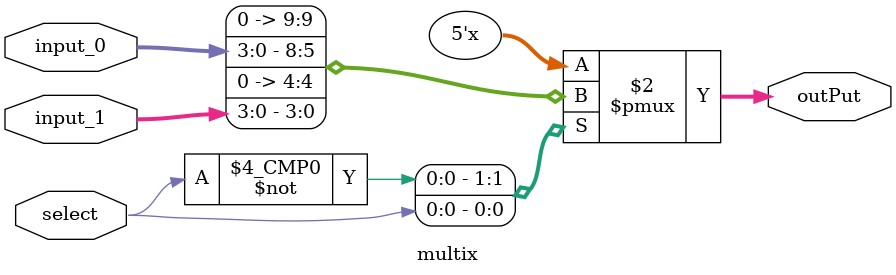
<source format=v>
module multix(input_0,input_1,outPut,select);
parameter dataWidth = 4;
parameter selectWidth = 1;

input [dataWidth-1:0] input_0,input_1;
input  select;
output reg [dataWidth:0]  outPut;

always @(input_0,input_1,select)
begin
	case(select)
		1'b0 : outPut = input_0;
		1'b1 : outPut = input_1;
	endcase
end
endmodule

</source>
